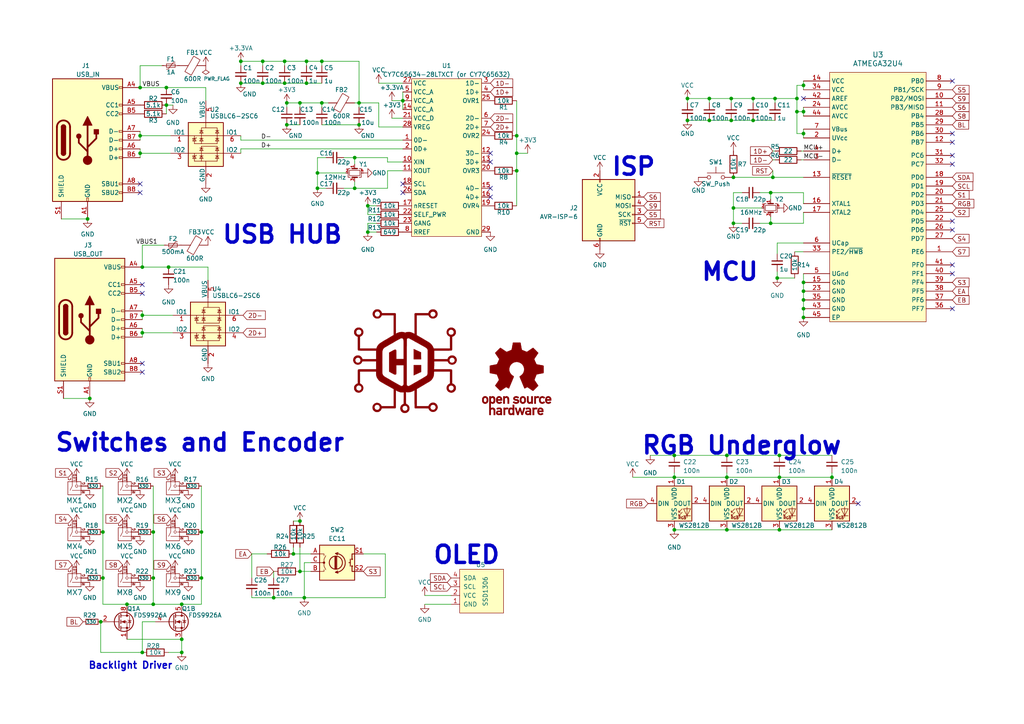
<source format=kicad_sch>
(kicad_sch (version 20210406) (generator eeschema)
  (paper "A4")
  (title_block (title "1337") (date "2021-05-25") (rev "3.0") (company "0xCB") (comment 1 "Conor Burns"))
  (junction (at 25.4 63.5) (diameter 0.9144))
  (junction (at 26.035 115.57) (diameter 0.9144))
  (junction (at 29.21 180.34) (diameter 0.9144))
  (junction (at 29.845 154.305) (diameter 0.9144))
  (junction (at 29.845 167.64) (diameter 0.9144))
  (junction (at 36.83 175.26) (diameter 0.9144))
  (junction (at 40.64 25.4) (diameter 0.9144))
  (junction (at 40.64 39.37) (diameter 0.9144))
  (junction (at 40.64 44.45) (diameter 0.9144))
  (junction (at 41.275 77.47) (diameter 0.9144))
  (junction (at 41.275 91.44) (diameter 0.9144))
  (junction (at 41.275 96.52) (diameter 0.9144))
  (junction (at 41.275 189.23) (diameter 0.9144))
  (junction (at 44.45 154.305) (diameter 0.9144))
  (junction (at 44.45 167.64) (diameter 0.9144))
  (junction (at 44.45 175.26) (diameter 0.9144))
  (junction (at 48.26 25.4) (diameter 0.9144))
  (junction (at 48.26 30.48) (diameter 0.9144))
  (junction (at 48.895 77.47) (diameter 0.9144))
  (junction (at 52.705 175.26) (diameter 0.9144))
  (junction (at 52.705 185.42) (diameter 0.9144))
  (junction (at 52.705 189.23) (diameter 0.9144))
  (junction (at 58.42 154.305) (diameter 0.9144))
  (junction (at 58.42 167.64) (diameter 0.9144))
  (junction (at 69.85 17.78) (diameter 0.9144))
  (junction (at 69.85 24.13) (diameter 0.9144))
  (junction (at 76.2 17.78) (diameter 0.9144))
  (junction (at 76.2 24.13) (diameter 0.9144))
  (junction (at 79.375 173.355) (diameter 0.9144))
  (junction (at 82.55 17.78) (diameter 0.9144))
  (junction (at 82.55 24.13) (diameter 0.9144))
  (junction (at 83.185 29.845) (diameter 0.9144))
  (junction (at 83.185 36.195) (diameter 0.9144))
  (junction (at 85.09 160.655) (diameter 0.9144))
  (junction (at 86.995 29.845) (diameter 0.9144))
  (junction (at 86.995 151.13) (diameter 0.9144))
  (junction (at 86.995 165.735) (diameter 0.9144))
  (junction (at 88.265 173.355) (diameter 0.9144))
  (junction (at 88.9 17.78) (diameter 0.9144))
  (junction (at 88.9 24.13) (diameter 0.9144))
  (junction (at 92.075 50.165) (diameter 0.9144))
  (junction (at 92.075 54.61) (diameter 0.9144))
  (junction (at 93.345 17.78) (diameter 0.9144))
  (junction (at 93.345 29.845) (diameter 0.9144))
  (junction (at 102.87 45.72) (diameter 0.9144))
  (junction (at 102.87 54.61) (diameter 0.9144))
  (junction (at 104.14 29.845) (diameter 0.9144))
  (junction (at 104.14 36.195) (diameter 0.9144))
  (junction (at 106.68 59.69) (diameter 0.9144))
  (junction (at 106.68 67.31) (diameter 0.9144))
  (junction (at 116.84 29.21) (diameter 0.9144))
  (junction (at 149.86 39.37) (diameter 0.9144))
  (junction (at 149.86 44.45) (diameter 0.9144))
  (junction (at 149.86 49.53) (diameter 0.9144))
  (junction (at 195.58 132.08) (diameter 0.9144))
  (junction (at 195.58 138.43) (diameter 0.9144))
  (junction (at 195.58 153.67) (diameter 0.9144))
  (junction (at 199.39 28.575) (diameter 0.9144))
  (junction (at 199.39 34.925) (diameter 0.9144))
  (junction (at 205.74 28.575) (diameter 0.9144))
  (junction (at 205.74 34.925) (diameter 0.9144))
  (junction (at 210.82 132.08) (diameter 0.9144))
  (junction (at 210.82 138.43) (diameter 0.9144))
  (junction (at 210.82 153.67) (diameter 0.9144))
  (junction (at 212.09 28.575) (diameter 0.9144))
  (junction (at 212.09 34.925) (diameter 0.9144))
  (junction (at 212.725 51.435) (diameter 0.9144))
  (junction (at 212.725 60.325) (diameter 0.9144))
  (junction (at 212.725 64.77) (diameter 0.9144))
  (junction (at 218.44 28.575) (diameter 0.9144))
  (junction (at 218.44 34.925) (diameter 0.9144))
  (junction (at 223.52 55.88) (diameter 0.9144))
  (junction (at 223.52 64.77) (diameter 0.9144))
  (junction (at 224.155 51.435) (diameter 0.9144))
  (junction (at 224.79 28.575) (diameter 0.9144))
  (junction (at 225.425 80.645) (diameter 0.9144))
  (junction (at 226.06 132.08) (diameter 0.9144))
  (junction (at 226.06 138.43) (diameter 0.9144))
  (junction (at 226.06 153.67) (diameter 0.9144))
  (junction (at 231.14 28.575) (diameter 0.9144))
  (junction (at 231.14 32.385) (diameter 0.9144))
  (junction (at 233.045 24.765) (diameter 0.9144))
  (junction (at 233.045 32.385) (diameter 0.9144))
  (junction (at 233.045 38.735) (diameter 0.9144))
  (junction (at 233.045 81.915) (diameter 0.9144))
  (junction (at 233.045 84.455) (diameter 0.9144))
  (junction (at 233.045 86.995) (diameter 0.9144))
  (junction (at 233.045 89.535) (diameter 0.9144))
  (junction (at 233.045 92.075) (diameter 0.9144))
  (junction (at 241.3 138.43) (diameter 0.9144))
  (no_connect (at 40.64 53.34))
  (no_connect (at 40.64 55.88))
  (no_connect (at 41.275 82.55))
  (no_connect (at 41.275 85.09))
  (no_connect (at 41.275 105.41))
  (no_connect (at 41.275 107.95))
  (no_connect (at 116.84 53.34))
  (no_connect (at 116.84 55.88))
  (no_connect (at 142.24 44.45))
  (no_connect (at 142.24 46.99))
  (no_connect (at 142.24 54.61))
  (no_connect (at 142.24 57.15))
  (no_connect (at 233.045 28.575))
  (no_connect (at 248.92 146.05))
  (no_connect (at 276.225 23.495))
  (no_connect (at 276.225 38.735))
  (no_connect (at 276.225 41.275))
  (no_connect (at 276.225 45.085))
  (no_connect (at 276.225 47.625))
  (no_connect (at 276.225 64.135))
  (no_connect (at 276.225 66.675))
  (no_connect (at 276.225 76.835))
  (no_connect (at 276.225 79.375))
  (no_connect (at 276.225 89.535))
  (wire (pts (xy 17.78 63.5) (xy 25.4 63.5)))
  (wire (pts (xy 18.415 115.57) (xy 26.035 115.57)))
  (wire (pts (xy 29.21 189.23) (xy 29.21 180.34)))
  (wire (pts (xy 29.845 140.97) (xy 29.845 154.305)))
  (wire (pts (xy 29.845 154.305) (xy 29.845 167.64)))
  (wire (pts (xy 29.845 167.64) (xy 29.845 175.26)))
  (wire (pts (xy 29.845 175.26) (xy 36.83 175.26)))
  (wire (pts (xy 36.83 175.26) (xy 44.45 175.26)))
  (wire (pts (xy 36.83 185.42) (xy 52.705 185.42)))
  (wire (pts (xy 40.64 19.05) (xy 40.64 25.4)))
  (wire (pts (xy 40.64 19.05) (xy 46.99 19.05)))
  (wire (pts (xy 40.64 25.4) (xy 48.26 25.4)))
  (wire (pts (xy 40.64 38.1) (xy 40.64 39.37)))
  (wire (pts (xy 40.64 39.37) (xy 40.64 40.64)))
  (wire (pts (xy 40.64 39.37) (xy 49.53 39.37)))
  (wire (pts (xy 40.64 43.18) (xy 40.64 44.45)))
  (wire (pts (xy 40.64 44.45) (xy 40.64 45.72)))
  (wire (pts (xy 40.64 44.45) (xy 49.53 44.45)))
  (wire (pts (xy 41.275 71.12) (xy 41.275 77.47)))
  (wire (pts (xy 41.275 71.12) (xy 47.625 71.12)))
  (wire (pts (xy 41.275 77.47) (xy 48.895 77.47)))
  (wire (pts (xy 41.275 90.17) (xy 41.275 91.44)))
  (wire (pts (xy 41.275 91.44) (xy 41.275 92.71)))
  (wire (pts (xy 41.275 91.44) (xy 50.165 91.44)))
  (wire (pts (xy 41.275 95.25) (xy 41.275 96.52)))
  (wire (pts (xy 41.275 96.52) (xy 41.275 97.79)))
  (wire (pts (xy 41.275 96.52) (xy 50.165 96.52)))
  (wire (pts (xy 41.275 180.34) (xy 41.275 189.23)))
  (wire (pts (xy 41.275 180.34) (xy 45.085 180.34)))
  (wire (pts (xy 41.275 189.23) (xy 29.21 189.23)))
  (wire (pts (xy 44.45 140.97) (xy 44.45 154.305)))
  (wire (pts (xy 44.45 154.305) (xy 44.45 167.64)))
  (wire (pts (xy 44.45 175.26) (xy 44.45 167.64)))
  (wire (pts (xy 48.26 25.4) (xy 59.69 25.4)))
  (wire (pts (xy 48.26 30.48) (xy 48.26 33.02)))
  (wire (pts (xy 48.26 30.48) (xy 50.165 30.48)))
  (wire (pts (xy 48.895 77.47) (xy 60.325 77.47)))
  (wire (pts (xy 48.895 189.23) (xy 52.705 189.23)))
  (wire (pts (xy 52.705 175.26) (xy 44.45 175.26)))
  (wire (pts (xy 52.705 189.23) (xy 52.705 185.42)))
  (wire (pts (xy 58.42 140.97) (xy 58.42 154.305)))
  (wire (pts (xy 58.42 154.305) (xy 58.42 167.64)))
  (wire (pts (xy 58.42 167.64) (xy 58.42 175.26)))
  (wire (pts (xy 58.42 175.26) (xy 52.705 175.26)))
  (wire (pts (xy 59.69 29.21) (xy 59.69 25.4)))
  (wire (pts (xy 60.325 81.28) (xy 60.325 77.47)))
  (wire (pts (xy 69.85 17.78) (xy 69.85 19.05)))
  (wire (pts (xy 69.85 17.78) (xy 76.2 17.78)))
  (wire (pts (xy 69.85 24.13) (xy 76.2 24.13)))
  (wire (pts (xy 69.85 39.37) (xy 69.85 40.64)))
  (wire (pts (xy 69.85 40.64) (xy 116.84 40.64)))
  (wire (pts (xy 69.85 43.18) (xy 69.85 44.45)))
  (wire (pts (xy 69.85 43.18) (xy 116.84 43.18)))
  (wire (pts (xy 73.025 160.655) (xy 77.47 160.655)))
  (wire (pts (xy 73.025 167.64) (xy 73.025 160.655)))
  (wire (pts (xy 73.025 172.72) (xy 73.025 173.355)))
  (wire (pts (xy 73.025 173.355) (xy 79.375 173.355)))
  (wire (pts (xy 76.2 17.78) (xy 76.2 19.05)))
  (wire (pts (xy 76.2 17.78) (xy 82.55 17.78)))
  (wire (pts (xy 76.2 24.13) (xy 82.55 24.13)))
  (wire (pts (xy 79.375 165.735) (xy 79.375 167.64)))
  (wire (pts (xy 79.375 172.72) (xy 79.375 173.355)))
  (wire (pts (xy 79.375 173.355) (xy 88.265 173.355)))
  (wire (pts (xy 82.55 17.78) (xy 82.55 19.05)))
  (wire (pts (xy 82.55 17.78) (xy 88.9 17.78)))
  (wire (pts (xy 82.55 24.13) (xy 88.9 24.13)))
  (wire (pts (xy 83.185 29.845) (xy 86.995 29.845)))
  (wire (pts (xy 83.185 31.115) (xy 83.185 29.845)))
  (wire (pts (xy 83.185 36.195) (xy 86.995 36.195)))
  (wire (pts (xy 85.09 151.13) (xy 86.995 151.13)))
  (wire (pts (xy 85.09 158.75) (xy 85.09 160.655)))
  (wire (pts (xy 85.09 160.655) (xy 90.17 160.655)))
  (wire (pts (xy 86.995 29.845) (xy 93.345 29.845)))
  (wire (pts (xy 86.995 31.115) (xy 86.995 29.845)))
  (wire (pts (xy 86.995 158.75) (xy 86.995 165.735)))
  (wire (pts (xy 86.995 165.735) (xy 90.17 165.735)))
  (wire (pts (xy 88.265 163.195) (xy 88.265 173.355)))
  (wire (pts (xy 88.265 163.195) (xy 90.17 163.195)))
  (wire (pts (xy 88.265 173.355) (xy 111.76 173.355)))
  (wire (pts (xy 88.9 17.78) (xy 93.345 17.78)))
  (wire (pts (xy 88.9 19.05) (xy 88.9 17.78)))
  (wire (pts (xy 88.9 24.13) (xy 93.345 24.13)))
  (wire (pts (xy 92.075 45.72) (xy 92.075 50.165)))
  (wire (pts (xy 92.075 45.72) (xy 94.615 45.72)))
  (wire (pts (xy 92.075 50.165) (xy 92.075 54.61)))
  (wire (pts (xy 92.075 50.165) (xy 100.33 50.165)))
  (wire (pts (xy 92.075 54.61) (xy 94.615 54.61)))
  (wire (pts (xy 93.345 17.78) (xy 104.14 17.78)))
  (wire (pts (xy 93.345 19.05) (xy 93.345 17.78)))
  (wire (pts (xy 93.345 29.845) (xy 95.25 29.845)))
  (wire (pts (xy 93.345 31.115) (xy 93.345 29.845)))
  (wire (pts (xy 93.345 36.195) (xy 104.14 36.195)))
  (wire (pts (xy 99.695 45.72) (xy 102.87 45.72)))
  (wire (pts (xy 102.87 29.845) (xy 104.14 29.845)))
  (wire (pts (xy 102.87 45.72) (xy 102.87 47.625)))
  (wire (pts (xy 102.87 52.705) (xy 102.87 54.61)))
  (wire (pts (xy 102.87 54.61) (xy 99.695 54.61)))
  (wire (pts (xy 104.14 29.845) (xy 104.14 17.78)))
  (wire (pts (xy 104.14 29.845) (xy 104.14 31.115)))
  (wire (pts (xy 106.68 59.69) (xy 109.22 59.69)))
  (wire (pts (xy 106.68 62.23) (xy 106.68 59.69)))
  (wire (pts (xy 106.68 64.77) (xy 106.68 67.31)))
  (wire (pts (xy 106.68 67.31) (xy 109.22 67.31)))
  (wire (pts (xy 109.22 62.23) (xy 106.68 62.23)))
  (wire (pts (xy 109.22 64.77) (xy 106.68 64.77)))
  (wire (pts (xy 109.855 29.845) (xy 104.14 29.845)))
  (wire (pts (xy 109.855 36.83) (xy 109.855 29.845)))
  (wire (pts (xy 111.76 160.655) (xy 105.41 160.655)))
  (wire (pts (xy 111.76 173.355) (xy 111.76 160.655)))
  (wire (pts (xy 112.395 45.72) (xy 102.87 45.72)))
  (wire (pts (xy 112.395 46.99) (xy 112.395 45.72)))
  (wire (pts (xy 112.395 49.53) (xy 112.395 54.61)))
  (wire (pts (xy 112.395 49.53) (xy 116.84 49.53)))
  (wire (pts (xy 112.395 54.61) (xy 102.87 54.61)))
  (wire (pts (xy 113.665 29.21) (xy 116.84 29.21)))
  (wire (pts (xy 113.665 34.29) (xy 116.84 34.29)))
  (wire (pts (xy 116.84 24.13) (xy 109.855 24.13)))
  (wire (pts (xy 116.84 26.67) (xy 116.84 29.21)))
  (wire (pts (xy 116.84 29.21) (xy 116.84 31.75)))
  (wire (pts (xy 116.84 36.83) (xy 109.855 36.83)))
  (wire (pts (xy 116.84 46.99) (xy 112.395 46.99)))
  (wire (pts (xy 123.19 172.72) (xy 130.81 172.72)))
  (wire (pts (xy 123.19 175.26) (xy 130.81 175.26)))
  (wire (pts (xy 149.86 29.21) (xy 149.86 39.37)))
  (wire (pts (xy 149.86 39.37) (xy 149.86 44.45)))
  (wire (pts (xy 149.86 44.45) (xy 149.86 49.53)))
  (wire (pts (xy 149.86 44.45) (xy 153.035 44.45)))
  (wire (pts (xy 149.86 49.53) (xy 149.86 59.69)))
  (wire (pts (xy 183.515 138.43) (xy 195.58 138.43)))
  (wire (pts (xy 188.595 132.08) (xy 195.58 132.08)))
  (wire (pts (xy 195.58 132.08) (xy 210.82 132.08)))
  (wire (pts (xy 195.58 137.16) (xy 195.58 138.43)))
  (wire (pts (xy 195.58 138.43) (xy 210.82 138.43)))
  (wire (pts (xy 195.58 153.67) (xy 210.82 153.67)))
  (wire (pts (xy 199.39 28.575) (xy 205.74 28.575)))
  (wire (pts (xy 199.39 29.845) (xy 199.39 28.575)))
  (wire (pts (xy 199.39 34.925) (xy 205.74 34.925)))
  (wire (pts (xy 205.74 28.575) (xy 212.09 28.575)))
  (wire (pts (xy 205.74 29.845) (xy 205.74 28.575)))
  (wire (pts (xy 205.74 34.925) (xy 212.09 34.925)))
  (wire (pts (xy 210.82 132.08) (xy 226.06 132.08)))
  (wire (pts (xy 210.82 137.16) (xy 210.82 138.43)))
  (wire (pts (xy 210.82 138.43) (xy 226.06 138.43)))
  (wire (pts (xy 210.82 153.67) (xy 226.06 153.67)))
  (wire (pts (xy 212.09 28.575) (xy 212.09 29.845)))
  (wire (pts (xy 212.09 28.575) (xy 218.44 28.575)))
  (wire (pts (xy 212.09 34.925) (xy 218.44 34.925)))
  (wire (pts (xy 212.725 51.435) (xy 224.155 51.435)))
  (wire (pts (xy 212.725 55.88) (xy 212.725 60.325)))
  (wire (pts (xy 212.725 55.88) (xy 215.265 55.88)))
  (wire (pts (xy 212.725 60.325) (xy 212.725 64.77)))
  (wire (pts (xy 212.725 60.325) (xy 220.98 60.325)))
  (wire (pts (xy 212.725 64.77) (xy 215.265 64.77)))
  (wire (pts (xy 218.44 28.575) (xy 218.44 29.845)))
  (wire (pts (xy 218.44 28.575) (xy 224.79 28.575)))
  (wire (pts (xy 218.44 34.925) (xy 224.79 34.925)))
  (wire (pts (xy 220.345 55.88) (xy 223.52 55.88)))
  (wire (pts (xy 223.52 55.88) (xy 223.52 57.785)))
  (wire (pts (xy 223.52 62.865) (xy 223.52 64.77)))
  (wire (pts (xy 223.52 64.77) (xy 220.345 64.77)))
  (wire (pts (xy 224.155 43.815) (xy 224.79 43.815)))
  (wire (pts (xy 224.155 46.355) (xy 224.79 46.355)))
  (wire (pts (xy 224.155 49.53) (xy 224.155 51.435)))
  (wire (pts (xy 224.155 51.435) (xy 233.045 51.435)))
  (wire (pts (xy 224.79 28.575) (xy 224.79 29.845)))
  (wire (pts (xy 224.79 28.575) (xy 231.14 28.575)))
  (wire (pts (xy 225.425 70.485) (xy 233.045 70.485)))
  (wire (pts (xy 225.425 73.66) (xy 225.425 70.485)))
  (wire (pts (xy 225.425 78.74) (xy 225.425 80.645)))
  (wire (pts (xy 225.425 80.645) (xy 230.505 80.645)))
  (wire (pts (xy 226.06 132.08) (xy 241.3 132.08)))
  (wire (pts (xy 226.06 137.16) (xy 226.06 138.43)))
  (wire (pts (xy 226.06 138.43) (xy 241.3 138.43)))
  (wire (pts (xy 226.06 153.67) (xy 241.3 153.67)))
  (wire (pts (xy 230.505 73.025) (xy 233.045 73.025)))
  (wire (pts (xy 231.14 24.765) (xy 233.045 24.765)))
  (wire (pts (xy 231.14 28.575) (xy 231.14 24.765)))
  (wire (pts (xy 231.14 28.575) (xy 231.14 32.385)))
  (wire (pts (xy 231.14 32.385) (xy 231.14 38.735)))
  (wire (pts (xy 231.14 38.735) (xy 233.045 38.735)))
  (wire (pts (xy 232.41 43.815) (xy 233.045 43.815)))
  (wire (pts (xy 232.41 46.355) (xy 233.045 46.355)))
  (wire (pts (xy 233.045 23.495) (xy 233.045 24.765)))
  (wire (pts (xy 233.045 24.765) (xy 233.045 26.035)))
  (wire (pts (xy 233.045 32.385) (xy 231.14 32.385)))
  (wire (pts (xy 233.045 32.385) (xy 233.045 31.115)))
  (wire (pts (xy 233.045 32.385) (xy 233.045 33.655)))
  (wire (pts (xy 233.045 37.465) (xy 233.045 38.735)))
  (wire (pts (xy 233.045 38.735) (xy 233.045 40.005)))
  (wire (pts (xy 233.045 55.88) (xy 223.52 55.88)))
  (wire (pts (xy 233.045 59.055) (xy 233.045 55.88)))
  (wire (pts (xy 233.045 61.595) (xy 233.045 64.77)))
  (wire (pts (xy 233.045 64.77) (xy 223.52 64.77)))
  (wire (pts (xy 233.045 79.375) (xy 233.045 81.915)))
  (wire (pts (xy 233.045 81.915) (xy 233.045 84.455)))
  (wire (pts (xy 233.045 84.455) (xy 233.045 86.995)))
  (wire (pts (xy 233.045 86.995) (xy 233.045 89.535)))
  (wire (pts (xy 233.045 89.535) (xy 233.045 92.075)))
  (wire (pts (xy 241.3 137.16) (xy 241.3 138.43)))
  (text "Backlight Driver\n" (at 50.165 194.31 180) (effects (font (size 2 2) (thickness 0.4) bold) (justify right bottom)))
  (text "USB HUB" (at 99.695 71.12 180) (effects (font (size 5 5) (thickness 1) bold) (justify right bottom)))
  (text "Switches and Encoder\n" (at 100.33 131.445 180) (effects (font (size 5 5) (thickness 1) bold) (justify right bottom)))
  (text "OLED\n\n" (at 145.415 172.085 180) (effects (font (size 5 5) (thickness 1) bold) (justify right bottom)))
  (text "ISP\n" (at 190.5 51.435 180) (effects (font (size 5 5) (thickness 1) bold) (justify right bottom)))
  (text "MCU\n" (at 220.345 81.915 180) (effects (font (size 5 5) (thickness 1) bold) (justify right bottom)))
  (text "RGB Underglow\n\n" (at 244.475 140.335 180) (effects (font (size 5 5) (thickness 1) bold) (justify right bottom)))
  (label "VBUS1" (at 45.72 71.12 180))
  (label "VBUS" (at 46.355 25.4 180))
  (label "D-" (at 78.74 40.64 180))
  (label "D+" (at 78.74 43.18 180))
  (label "MCU+" (at 233.045 43.815 0))
  (label "MCU-" (at 233.045 46.355 0))
  (global_label "S1" (shape input) (at 20.955 137.16 180) (property "Intersheet References" "${INTERSHEET_REFS}" (effects hide)))
  (global_label "S4" (shape input) (at 20.955 150.495 180) (property "Intersheet References" "${INTERSHEET_REFS}" (effects hide)))
  (global_label "S7" (shape input) (at 20.955 163.83 180) (property "Intersheet References" "${INTERSHEET_REFS}" (effects hide)))
  (global_label "BL" (shape input) (at 24.13 180.34 180) (property "Intersheet References" "${INTERSHEET_REFS}" (effects hide)))
  (global_label "S2" (shape input) (at 35.56 137.16 180) (property "Intersheet References" "${INTERSHEET_REFS}" (effects hide)))
  (global_label "S5" (shape input) (at 35.56 150.495 180) (property "Intersheet References" "${INTERSHEET_REFS}" (effects hide)))
  (global_label "S8" (shape input) (at 35.56 163.83 180) (property "Intersheet References" "${INTERSHEET_REFS}" (effects hide)))
  (global_label "S3" (shape input) (at 49.53 137.16 180) (property "Intersheet References" "${INTERSHEET_REFS}" (effects hide)))
  (global_label "S6" (shape input) (at 49.53 150.495 180) (property "Intersheet References" "${INTERSHEET_REFS}" (effects hide)))
  (global_label "S9" (shape input) (at 49.53 163.83 180) (property "Intersheet References" "${INTERSHEET_REFS}" (effects hide)))
  (global_label "2D-" (shape input) (at 70.485 91.44 0) (property "Intersheet References" "${INTERSHEET_REFS}" (effects hide)))
  (global_label "2D+" (shape input) (at 70.485 96.52 0) (property "Intersheet References" "${INTERSHEET_REFS}" (effects hide)))
  (global_label "EA" (shape input) (at 73.025 160.655 180) (property "Intersheet References" "${INTERSHEET_REFS}" (effects hide)))
  (global_label "EB" (shape input) (at 79.375 165.735 180) (property "Intersheet References" "${INTERSHEET_REFS}" (effects hide)))
  (global_label "S3" (shape input) (at 105.41 165.735 0) (property "Intersheet References" "${INTERSHEET_REFS}" (effects hide)))
  (global_label "SDA" (shape input) (at 130.81 167.64 180) (property "Intersheet References" "${INTERSHEET_REFS}" (effects hide)))
  (global_label "SCL" (shape input) (at 130.81 170.18 180) (property "Intersheet References" "${INTERSHEET_REFS}" (effects hide)))
  (global_label "1D-" (shape input) (at 142.24 24.13 0) (property "Intersheet References" "${INTERSHEET_REFS}" (effects hide)))
  (global_label "1D+" (shape input) (at 142.24 26.67 0) (property "Intersheet References" "${INTERSHEET_REFS}" (effects hide)))
  (global_label "2D-" (shape input) (at 142.24 34.29 0) (property "Intersheet References" "${INTERSHEET_REFS}" (effects hide)))
  (global_label "2D+" (shape input) (at 142.24 36.83 0) (property "Intersheet References" "${INTERSHEET_REFS}" (effects hide)))
  (global_label "S6" (shape input) (at 186.69 57.15 0) (property "Intersheet References" "${INTERSHEET_REFS}" (effects hide)))
  (global_label "S9" (shape input) (at 186.69 59.69 0) (property "Intersheet References" "${INTERSHEET_REFS}" (effects hide)))
  (global_label "S5" (shape input) (at 186.69 62.23 0) (property "Intersheet References" "${INTERSHEET_REFS}" (effects hide)))
  (global_label "RST" (shape input) (at 186.69 64.77 0) (property "Intersheet References" "${INTERSHEET_REFS}" (effects hide)))
  (global_label "RGB" (shape input) (at 187.96 146.05 180) (property "Intersheet References" "${INTERSHEET_REFS}" (effects hide)))
  (global_label "1D+" (shape input) (at 224.155 43.815 180) (property "Intersheet References" "${INTERSHEET_REFS}" (effects hide)))
  (global_label "1D-" (shape input) (at 224.155 46.355 180) (property "Intersheet References" "${INTERSHEET_REFS}" (effects hide)))
  (global_label "RST" (shape input) (at 224.155 49.53 180) (property "Intersheet References" "${INTERSHEET_REFS}" (effects hide)))
  (global_label "S5" (shape input) (at 276.225 26.035 0) (property "Intersheet References" "${INTERSHEET_REFS}" (effects hide)))
  (global_label "S9" (shape input) (at 276.225 28.575 0) (property "Intersheet References" "${INTERSHEET_REFS}" (effects hide)))
  (global_label "S6" (shape input) (at 276.225 31.115 0) (property "Intersheet References" "${INTERSHEET_REFS}" (effects hide)))
  (global_label "S8" (shape input) (at 276.225 33.655 0) (property "Intersheet References" "${INTERSHEET_REFS}" (effects hide)))
  (global_label "BL" (shape input) (at 276.225 36.195 0) (property "Intersheet References" "${INTERSHEET_REFS}" (effects hide)))
  (global_label "SDA" (shape input) (at 276.225 51.435 0) (property "Intersheet References" "${INTERSHEET_REFS}" (effects hide)))
  (global_label "SCL" (shape input) (at 276.225 53.975 0) (property "Intersheet References" "${INTERSHEET_REFS}" (effects hide)))
  (global_label "S1" (shape input) (at 276.225 56.515 0) (property "Intersheet References" "${INTERSHEET_REFS}" (effects hide)))
  (global_label "RGB" (shape input) (at 276.225 59.055 0) (property "Intersheet References" "${INTERSHEET_REFS}" (effects hide)))
  (global_label "S2" (shape input) (at 276.225 61.595 0) (property "Intersheet References" "${INTERSHEET_REFS}" (effects hide)))
  (global_label "S4" (shape input) (at 276.225 69.215 0) (property "Intersheet References" "${INTERSHEET_REFS}" (effects hide)))
  (global_label "S7" (shape input) (at 276.225 73.025 0) (property "Intersheet References" "${INTERSHEET_REFS}" (effects hide)))
  (global_label "S3" (shape input) (at 276.225 81.915 0) (property "Intersheet References" "${INTERSHEET_REFS}" (effects hide)))
  (global_label "EA" (shape input) (at 276.225 84.455 0) (property "Intersheet References" "${INTERSHEET_REFS}" (effects hide)))
  (global_label "EB" (shape input) (at 276.225 86.995 0) (property "Intersheet References" "${INTERSHEET_REFS}" (effects hide)))
  (symbol (lib_id "power:VCC") (at 22.225 138.43 0) (unit 1)
    (property "Reference" "#PWR032" (effects hide))
    (property "Value" "VCC" (at 22.225 134.62 0))
  )
  (symbol (lib_id "power:VCC") (at 22.225 151.765 0) (unit 1)
    (property "Reference" "#PWR040" (effects hide))
    (property "Value" "VCC" (at 22.225 147.955 0))
  )
  (symbol (lib_id "power:VCC") (at 22.225 165.1 0) (unit 1)
    (property "Reference" "#PWR047" (effects hide))
    (property "Value" "VCC" (at 22.225 161.29 0))
  )
  (symbol (lib_id "power:VCC") (at 36.83 138.43 0) (unit 1)
    (property "Reference" "#PWR033" (effects hide))
    (property "Value" "VCC" (at 36.83 134.62 0))
  )
  (symbol (lib_id "power:VCC") (at 36.83 151.765 0) (unit 1)
    (property "Reference" "#PWR041" (effects hide))
    (property "Value" "VCC" (at 36.83 147.955 0))
  )
  (symbol (lib_id "power:VCC") (at 36.83 165.1 0) (unit 1)
    (property "Reference" "#PWR048" (effects hide))
    (property "Value" "VCC" (at 36.83 161.29 0))
  )
  (symbol (lib_id "power:VCC") (at 50.8 138.43 0) (unit 1)
    (property "Reference" "#PWR034" (effects hide))
    (property "Value" "VCC" (at 50.8 134.62 0))
  )
  (symbol (lib_id "power:VCC") (at 50.8 151.765 0) (unit 1)
    (property "Reference" "#PWR042" (effects hide))
    (property "Value" "VCC" (at 50.8 147.955 0))
  )
  (symbol (lib_id "power:VCC") (at 50.8 165.1 0) (unit 1)
    (property "Reference" "#PWR049" (effects hide))
    (property "Value" "VCC" (at 50.8 161.29 0))
  )
  (symbol (lib_id "power:VCC") (at 59.69 19.05 0) (unit 1)
    (property "Reference" "#PWR02" (effects hide))
    (property "Value" "VCC" (at 59.69 15.24 0))
  )
  (symbol (lib_id "power:VCC") (at 60.325 71.12 0) (unit 1)
    (property "Reference" "#PWR025" (effects hide))
    (property "Value" "VCC" (at 60.325 67.31 0))
  )
  (symbol (lib_id "power:+3.3VA") (at 69.85 17.78 0) (unit 1)
    (property "Reference" "#PWR01" (effects hide))
    (property "Value" "+3.3VA" (at 69.85 13.97 0))
  )
  (symbol (lib_id "power:+3.3V") (at 83.185 29.845 0) (unit 1)
    (property "Reference" "#PWR06" (effects hide))
    (property "Value" "+3.3V" (at 83.185 26.035 0))
  )
  (symbol (lib_id "power:VCC") (at 86.995 151.13 0) (unit 1)
    (property "Reference" "#PWR039" (effects hide))
    (property "Value" "VCC" (at 86.995 147.32 0))
  )
  (symbol (lib_id "power:+3.3V") (at 106.68 59.69 0) (unit 1)
    (property "Reference" "#PWR019" (effects hide))
    (property "Value" "+3.3V" (at 106.68 55.88 0))
  )
  (symbol (lib_id "power:VCC") (at 109.855 24.13 0) (unit 1)
    (property "Reference" "#PWR0101" (effects hide))
    (property "Value" "VCC" (at 109.855 20.32 0))
  )
  (symbol (lib_id "power:+3.3VA") (at 113.665 29.21 0) (unit 1)
    (property "Reference" "#PWR05" (effects hide))
    (property "Value" "+3.3VA" (at 113.665 25.4 0))
  )
  (symbol (lib_id "power:+3.3V") (at 113.665 34.29 0) (unit 1)
    (property "Reference" "#PWR08" (effects hide))
    (property "Value" "+3.3V" (at 113.665 30.48 0))
  )
  (symbol (lib_id "power:VCC") (at 123.19 172.72 0) (unit 1)
    (property "Reference" "#PWR053" (effects hide))
    (property "Value" "VCC" (at 123.19 168.91 0))
  )
  (symbol (lib_id "power:+3.3V") (at 153.035 44.45 0) (unit 1)
    (property "Reference" "#PWR013" (effects hide))
    (property "Value" "+3.3V" (at 153.035 40.64 0))
  )
  (symbol (lib_id "power:VCC") (at 173.99 49.53 0) (unit 1)
    (property "Reference" "#PWR014" (effects hide))
    (property "Value" "VCC" (at 173.99 45.72 0))
  )
  (symbol (lib_id "power:VCC") (at 183.515 138.43 0) (unit 1)
    (property "Reference" "#PWR035" (effects hide))
    (property "Value" "VCC" (at 183.515 134.62 0))
  )
  (symbol (lib_id "power:VCC") (at 199.39 28.575 0) (unit 1)
    (property "Reference" "#PWR04" (effects hide))
    (property "Value" "VCC" (at 199.39 24.765 0))
  )
  (symbol (lib_id "power:VCC") (at 212.725 43.815 0) (unit 1)
    (property "Reference" "#PWR012" (effects hide))
    (property "Value" "VCC" (at 212.725 40.005 0))
  )
  (symbol (lib_id "power:PWR_FLAG") (at 59.69 19.05 180) (unit 1)
    (property "Reference" "#FLG0102" (effects hide))
    (property "Value" "PWR_FLAG" (at 62.865 22.86 0) (effects (font (size 1 1))))
  )
  (symbol (lib_id "power:GND") (at 25.4 63.5 0) (unit 1)
    (property "Reference" "#PWR021" (effects hide))
    (property "Value" "GND" (at 25.4 67.945 0))
  )
  (symbol (lib_id "power:GND") (at 26.035 115.57 0) (unit 1)
    (property "Reference" "#PWR0102" (effects hide))
    (property "Value" "GND" (at 26.035 120.015 0))
  )
  (symbol (lib_id "power:GND") (at 26.035 142.24 0) (unit 1)
    (property "Reference" "#PWR036" (effects hide))
    (property "Value" "GND" (at 26.035 146.685 0))
  )
  (symbol (lib_id "power:GND") (at 26.035 155.575 0) (unit 1)
    (property "Reference" "#PWR044" (effects hide))
    (property "Value" "GND" (at 26.035 160.02 0))
  )
  (symbol (lib_id "power:GND") (at 26.035 168.91 0) (unit 1)
    (property "Reference" "#PWR050" (effects hide))
    (property "Value" "GND" (at 26.035 173.355 0))
  )
  (symbol (lib_id "power:GND") (at 40.64 142.24 0) (unit 1)
    (property "Reference" "#PWR037" (effects hide))
    (property "Value" "GND" (at 40.64 146.685 0))
  )
  (symbol (lib_id "power:GND") (at 40.64 155.575 0) (unit 1)
    (property "Reference" "#PWR045" (effects hide))
    (property "Value" "GND" (at 40.64 160.02 0))
  )
  (symbol (lib_id "power:GND") (at 40.64 168.91 0) (unit 1)
    (property "Reference" "#PWR051" (effects hide))
    (property "Value" "GND" (at 40.64 173.355 0))
  )
  (symbol (lib_id "power:GND") (at 48.895 82.55 0) (unit 1)
    (property "Reference" "#PWR028" (effects hide))
    (property "Value" "GND" (at 48.895 87.63 0))
  )
  (symbol (lib_id "power:GND") (at 50.165 30.48 0) (unit 1)
    (property "Reference" "#PWR07" (effects hide))
    (property "Value" "GND" (at 50.165 35.56 0))
  )
  (symbol (lib_id "power:GND") (at 52.705 189.23 0) (unit 1)
    (property "Reference" "#PWR056" (effects hide))
    (property "Value" "GND" (at 52.705 193.675 0))
  )
  (symbol (lib_id "power:GND") (at 54.61 142.24 0) (unit 1)
    (property "Reference" "#PWR038" (effects hide))
    (property "Value" "GND" (at 54.61 146.685 0))
  )
  (symbol (lib_id "power:GND") (at 54.61 155.575 0) (unit 1)
    (property "Reference" "#PWR046" (effects hide))
    (property "Value" "GND" (at 54.61 160.02 0))
  )
  (symbol (lib_id "power:GND") (at 54.61 168.91 0) (unit 1)
    (property "Reference" "#PWR052" (effects hide))
    (property "Value" "GND" (at 54.61 173.355 0))
  )
  (symbol (lib_id "power:GND") (at 59.69 53.34 0) (unit 1)
    (property "Reference" "#PWR017" (effects hide))
    (property "Value" "GND" (at 59.69 57.785 0))
  )
  (symbol (lib_id "power:GND") (at 60.325 105.41 0) (unit 1)
    (property "Reference" "#PWR030" (effects hide))
    (property "Value" "GND" (at 60.325 109.855 0))
  )
  (symbol (lib_id "power:GND") (at 69.85 24.13 0) (unit 1)
    (property "Reference" "#PWR03" (effects hide))
    (property "Value" "GND" (at 72.39 27.305 0))
  )
  (symbol (lib_id "power:GND") (at 83.185 36.195 0) (unit 1)
    (property "Reference" "#PWR010" (effects hide))
    (property "Value" "GND" (at 85.725 39.37 0))
  )
  (symbol (lib_id "power:GND") (at 88.265 173.355 0) (unit 1)
    (property "Reference" "#PWR054" (effects hide))
    (property "Value" "GND" (at 88.265 177.8 0))
  )
  (symbol (lib_id "power:GND") (at 92.075 54.61 0) (unit 1)
    (property "Reference" "#PWR018" (effects hide))
    (property "Value" "GND" (at 92.075 59.055 0))
  )
  (symbol (lib_id "power:GND") (at 104.14 36.195 0) (unit 1)
    (property "Reference" "#PWR011" (effects hide))
    (property "Value" "GND" (at 106.68 39.37 0))
  )
  (symbol (lib_id "power:GND") (at 105.41 50.165 90) (unit 1)
    (property "Reference" "#PWR015" (effects hide))
    (property "Value" "GND" (at 107.95 50.1649 90) (effects (justify right)))
  )
  (symbol (lib_id "power:GND") (at 106.68 67.31 0) (unit 1)
    (property "Reference" "#PWR023" (effects hide))
    (property "Value" "GND" (at 106.68 72.39 0))
  )
  (symbol (lib_id "power:GND") (at 123.19 175.26 0) (unit 1)
    (property "Reference" "#PWR055" (effects hide))
    (property "Value" "GND" (at 123.19 179.705 0))
  )
  (symbol (lib_id "power:GND") (at 142.24 67.31 0) (unit 1)
    (property "Reference" "#PWR024" (effects hide))
    (property "Value" "GND" (at 142.24 72.39 0))
  )
  (symbol (lib_id "power:GND") (at 173.99 72.39 0) (unit 1)
    (property "Reference" "#PWR026" (effects hide))
    (property "Value" "GND" (at 173.99 76.835 0))
  )
  (symbol (lib_id "power:GND") (at 188.595 132.08 0) (unit 1)
    (property "Reference" "#PWR031" (effects hide))
    (property "Value" "GND" (at 188.595 137.16 0))
  )
  (symbol (lib_id "power:GND") (at 195.58 153.67 0) (unit 1)
    (property "Reference" "#PWR043" (effects hide))
    (property "Value" "GND" (at 195.58 158.75 0))
  )
  (symbol (lib_id "power:GND") (at 199.39 34.925 0) (unit 1)
    (property "Reference" "#PWR09" (effects hide))
    (property "Value" "GND" (at 199.39 38.735 0))
  )
  (symbol (lib_id "power:GND") (at 202.565 51.435 0) (unit 1)
    (property "Reference" "#PWR016" (effects hide))
    (property "Value" "GND" (at 202.565 55.245 0))
  )
  (symbol (lib_id "power:GND") (at 212.725 64.77 0) (unit 1)
    (property "Reference" "#PWR022" (effects hide))
    (property "Value" "GND" (at 212.725 68.58 0))
  )
  (symbol (lib_id "power:GND") (at 225.425 80.645 0) (unit 1)
    (property "Reference" "#PWR027" (effects hide))
    (property "Value" "GND" (at 225.425 85.725 0))
  )
  (symbol (lib_id "power:GND") (at 226.06 60.325 90) (unit 1)
    (property "Reference" "#PWR020" (effects hide))
    (property "Value" "GND" (at 228.6 60.3249 90) (effects (justify right)))
  )
  (symbol (lib_id "power:GND") (at 233.045 92.075 0) (unit 1)
    (property "Reference" "#PWR029" (effects hide))
    (property "Value" "GND" (at 233.045 97.155 0))
  )
  (symbol (lib_id "Device:R_Small") (at 26.67 180.34 90) (unit 1)
    (property "Reference" "R29" (at 27.9399 178.435 90) (effects (justify left)))
    (property "Value" "330" (at 27.9399 180.34 90) (effects (font (size 1 1)) (justify left)))
    (property "Footprint" "Resistor_SMD:R_1206_3216Metric" (effects hide))
  )
  (symbol (lib_id "Device:R_Small") (at 27.305 140.97 90) (unit 1)
    (property "Reference" "R15" (at 28.5749 139.065 90) (effects (justify left)))
    (property "Value" "330" (at 28.5749 140.97 90) (effects (font (size 1 1)) (justify left)))
    (property "Footprint" "Resistor_SMD:R_1206_3216Metric" (effects hide))
  )
  (symbol (lib_id "Device:R_Small") (at 27.305 154.305 90) (unit 1)
    (property "Reference" "R18" (at 28.5749 152.4 90) (effects (justify left)))
    (property "Value" "330" (at 28.5749 154.305 90) (effects (font (size 1 1)) (justify left)))
    (property "Footprint" "Resistor_SMD:R_1206_3216Metric" (effects hide))
  )
  (symbol (lib_id "Device:R_Small") (at 27.305 167.64 90) (unit 1)
    (property "Reference" "R21" (at 28.5749 165.735 90) (effects (justify left)))
    (property "Value" "330" (at 28.5749 167.64 90) (effects (font (size 1 1)) (justify left)))
    (property "Footprint" "Resistor_SMD:R_1206_3216Metric" (effects hide))
  )
  (symbol (lib_id "Device:R_Small") (at 41.91 140.97 90) (unit 1)
    (property "Reference" "R16" (at 43.1799 139.065 90) (effects (justify left)))
    (property "Value" "330" (at 43.1799 140.97 90) (effects (font (size 1 1)) (justify left)))
    (property "Footprint" "Resistor_SMD:R_1206_3216Metric" (effects hide))
  )
  (symbol (lib_id "Device:R_Small") (at 41.91 154.305 90) (unit 1)
    (property "Reference" "R19" (at 43.1799 152.4 90) (effects (justify left)))
    (property "Value" "330" (at 43.1799 154.305 90) (effects (font (size 1 1)) (justify left)))
    (property "Footprint" "Resistor_SMD:R_1206_3216Metric" (effects hide))
  )
  (symbol (lib_id "Device:R_Small") (at 41.91 167.64 90) (unit 1)
    (property "Reference" "R22" (at 43.1799 165.735 90) (effects (justify left)))
    (property "Value" "330" (at 43.1799 167.64 90) (effects (font (size 1 1)) (justify left)))
    (property "Footprint" "Resistor_SMD:R_1206_3216Metric" (effects hide))
  )
  (symbol (lib_id "Device:R_Small") (at 55.88 140.97 90) (unit 1)
    (property "Reference" "R17" (at 57.1499 139.065 90) (effects (justify left)))
    (property "Value" "330" (at 57.1499 140.97 90) (effects (font (size 1 1)) (justify left)))
    (property "Footprint" "Resistor_SMD:R_1206_3216Metric" (effects hide))
  )
  (symbol (lib_id "Device:R_Small") (at 55.88 154.305 90) (unit 1)
    (property "Reference" "R20" (at 57.1499 152.4 90) (effects (justify left)))
    (property "Value" "330" (at 57.1499 154.305 90) (effects (font (size 1 1)) (justify left)))
    (property "Footprint" "Resistor_SMD:R_1206_3216Metric" (effects hide))
  )
  (symbol (lib_id "Device:R_Small") (at 55.88 167.64 90) (unit 1)
    (property "Reference" "R23" (at 57.1499 165.735 90) (effects (justify left)))
    (property "Value" "330" (at 57.1499 167.64 90) (effects (font (size 1 1)) (justify left)))
    (property "Footprint" "Resistor_SMD:R_1206_3216Metric" (effects hide))
  )
  (symbol (lib_id "Device:Polyfuse_Small") (at 49.53 19.05 90) (unit 1)
    (property "Reference" "F1" (at 49.53 17.145 90))
    (property "Value" "1A" (at 49.53 20.955 90))
    (property "Footprint" "0xcb:Fuse_0805_2012Metric" (effects hide))
  )
  (symbol (lib_id "Device:Polyfuse_Small") (at 50.165 71.12 90) (unit 1)
    (property "Reference" "F2" (at 50.165 69.215 90))
    (property "Value" "500mA" (at 50.165 73.025 90))
    (property "Footprint" "0xcb:Fuse_0805_2012Metric" (effects hide))
  )
  (symbol (lib_id "Device:R") (at 44.45 30.48 90) (unit 1)
    (property "Reference" "R2" (at 44.45 28.575 90))
    (property "Value" "5.1k" (at 44.45 30.48 90))
    (property "Footprint" "Resistor_SMD:R_0603_1608Metric" (effects hide))
  )
  (symbol (lib_id "Device:R") (at 44.45 33.02 270) (unit 1)
    (property "Reference" "R3" (at 44.45 34.925 90))
    (property "Value" "5.1k" (at 44.45 33.02 90))
    (property "Footprint" "Resistor_SMD:R_0603_1608Metric" (effects hide))
  )
  (symbol (lib_id "Device:R") (at 45.085 189.23 90) (unit 1)
    (property "Reference" "R28" (at 44.45 187.325 90))
    (property "Value" "10k" (at 45.085 189.23 90))
    (property "Footprint" "Resistor_SMD:R_0603_1608Metric" (effects hide))
  )
  (symbol (lib_id "Device:R") (at 81.28 160.655 90) (unit 1)
    (property "Reference" "R26" (at 81.28 158.75 90))
    (property "Value" "10k" (at 81.28 160.655 90))
    (property "Footprint" "Resistor_SMD:R_0603_1608Metric" (effects hide))
  )
  (symbol (lib_id "Device:R") (at 83.185 165.735 90) (unit 1)
    (property "Reference" "R27" (at 83.185 163.83 90))
    (property "Value" "10k" (at 83.185 165.735 90))
    (property "Footprint" "Resistor_SMD:R_0603_1608Metric" (effects hide))
  )
  (symbol (lib_id "Device:R") (at 85.09 154.94 0) (unit 1)
    (property "Reference" "R24" (at 81.915 155.575 0))
    (property "Value" "10k" (at 85.09 154.94 90))
    (property "Footprint" "Resistor_SMD:R_0603_1608Metric" (effects hide))
  )
  (symbol (lib_id "Device:R") (at 86.995 154.94 0) (unit 1)
    (property "Reference" "R25" (at 89.535 155.575 0))
    (property "Value" "10k" (at 86.995 154.94 90))
    (property "Footprint" "Resistor_SMD:R_0603_1608Metric" (effects hide))
  )
  (symbol (lib_id "Device:R") (at 113.03 59.69 90) (unit 1)
    (property "Reference" "R9" (at 109.22 58.42 90))
    (property "Value" "10k" (at 113.03 59.69 90))
    (property "Footprint" "Resistor_SMD:R_0603_1608Metric" (effects hide))
  )
  (symbol (lib_id "Device:R") (at 113.03 62.23 90) (unit 1)
    (property "Reference" "R11" (at 108.585 60.96 90))
    (property "Value" "10k" (at 113.03 62.23 90))
    (property "Footprint" "Resistor_SMD:R_0603_1608Metric" (effects hide))
  )
  (symbol (lib_id "Device:R") (at 113.03 64.77 90) (unit 1)
    (property "Reference" "R12" (at 108.585 63.5 90))
    (property "Value" "10k" (at 113.03 64.77 90))
    (property "Footprint" "Resistor_SMD:R_0603_1608Metric" (effects hide))
  )
  (symbol (lib_id "Device:R") (at 113.03 67.31 270) (unit 1)
    (property "Reference" "R13" (at 108.585 66.04 90))
    (property "Value" "649" (at 113.03 67.31 90))
    (property "Footprint" "Resistor_SMD:R_0603_1608Metric" (effects hide))
  )
  (symbol (lib_id "Device:R") (at 146.05 29.21 270) (unit 1)
    (property "Reference" "R1" (at 146.05 31.115 90))
    (property "Value" "10k" (at 146.05 29.21 90))
    (property "Footprint" "Resistor_SMD:R_0603_1608Metric" (effects hide))
  )
  (symbol (lib_id "Device:R") (at 146.05 39.37 270) (unit 1)
    (property "Reference" "R4" (at 146.05 41.275 90))
    (property "Value" "10k" (at 146.05 39.37 90))
    (property "Footprint" "Resistor_SMD:R_0603_1608Metric" (effects hide))
  )
  (symbol (lib_id "Device:R") (at 146.05 49.53 270) (unit 1)
    (property "Reference" "R8" (at 146.05 51.435 90))
    (property "Value" "10k" (at 146.05 49.53 90))
    (property "Footprint" "Resistor_SMD:R_0603_1608Metric" (effects hide))
  )
  (symbol (lib_id "Device:R") (at 146.05 59.69 270) (unit 1)
    (property "Reference" "R10" (at 146.05 61.595 90))
    (property "Value" "10k" (at 146.05 59.69 90))
    (property "Footprint" "Resistor_SMD:R_0603_1608Metric" (effects hide))
  )
  (symbol (lib_id "Device:R") (at 212.725 47.625 180) (unit 1)
    (property "Reference" "R7" (at 215.265 47.625 0))
    (property "Value" "10k" (at 212.725 47.625 90))
    (property "Footprint" "Resistor_SMD:R_0603_1608Metric" (effects hide))
  )
  (symbol (lib_id "Device:R") (at 228.6 43.815 270) (unit 1)
    (property "Reference" "R5" (at 224.79 42.545 90))
    (property "Value" "22" (at 228.6 43.815 90))
    (property "Footprint" "Resistor_SMD:R_0603_1608Metric" (effects hide))
  )
  (symbol (lib_id "Device:R") (at 228.6 46.355 270) (unit 1)
    (property "Reference" "R6" (at 224.79 45.085 90))
    (property "Value" "22" (at 228.6 46.355 90))
    (property "Footprint" "Resistor_SMD:R_0603_1608Metric" (effects hide))
  )
  (symbol (lib_id "Device:R") (at 230.505 76.835 180) (unit 1)
    (property "Reference" "R14" (at 233.045 76.835 0))
    (property "Value" "10k" (at 230.505 76.835 90))
    (property "Footprint" "Resistor_SMD:R_0603_1608Metric" (effects hide))
  )
  (symbol (lib_id "Device:C_Small") (at 48.26 27.94 0) (unit 1)
    (property "Reference" "C6" (at 49.53 26.6699 0) (effects (justify left)))
    (property "Value" "100n" (at 49.53 29.2099 0) (effects (justify left)))
    (property "Footprint" "Capacitor_SMD:C_0603_1608Metric" (effects hide))
  )
  (symbol (lib_id "Device:C_Small") (at 48.895 80.01 0) (unit 1)
    (property "Reference" "C21" (at 50.165 78.7399 0) (effects (justify left)))
    (property "Value" "100n" (at 50.165 81.2799 0) (effects (justify left)))
    (property "Footprint" "Capacitor_SMD:C_0603_1608Metric" (effects hide))
  )
  (symbol (lib_id "Device:C_Small") (at 69.85 21.59 0) (unit 1)
    (property "Reference" "C1" (at 70.485 19.6849 0) (effects (justify left)))
    (property "Value" "100n" (at 70.485 23.4949 0) (effects (justify left)))
    (property "Footprint" "Capacitor_SMD:C_0603_1608Metric" (effects hide))
  )
  (symbol (lib_id "Device:C_Small") (at 73.025 170.18 0) (unit 1)
    (property "Reference" "C26" (at 73.66 168.2749 0) (effects (justify left)))
    (property "Value" "100n" (at 73.66 172.0849 0) (effects (justify left)))
    (property "Footprint" "Capacitor_SMD:C_0603_1608Metric" (effects hide))
  )
  (symbol (lib_id "Device:C_Small") (at 76.2 21.59 0) (unit 1)
    (property "Reference" "C2" (at 76.835 19.6849 0) (effects (justify left)))
    (property "Value" "100n" (at 76.835 23.4949 0) (effects (justify left)))
    (property "Footprint" "Capacitor_SMD:C_0603_1608Metric" (effects hide))
  )
  (symbol (lib_id "Device:C_Small") (at 79.375 170.18 0) (unit 1)
    (property "Reference" "C27" (at 80.01 168.2749 0) (effects (justify left)))
    (property "Value" "100n" (at 80.01 172.0849 0) (effects (justify left)))
    (property "Footprint" "Capacitor_SMD:C_0603_1608Metric" (effects hide))
  )
  (symbol (lib_id "Device:C_Small") (at 82.55 21.59 0) (unit 1)
    (property "Reference" "C3" (at 83.185 19.6849 0) (effects (justify left)))
    (property "Value" "100n" (at 83.185 23.4949 0) (effects (justify left)))
    (property "Footprint" "Capacitor_SMD:C_0603_1608Metric" (effects hide))
  )
  (symbol (lib_id "Device:C_Small") (at 83.185 33.655 0) (unit 1)
    (property "Reference" "C12" (at 78.74 31.7499 0) (effects (justify left)))
    (property "Value" "1u" (at 83.82 35.5599 0) (effects (justify left)))
    (property "Footprint" "Capacitor_SMD:C_0603_1608Metric" (effects hide))
  )
  (symbol (lib_id "Device:C_Small") (at 86.995 33.655 0) (unit 1)
    (property "Reference" "C13" (at 86.995 31.7499 0) (effects (justify left)))
    (property "Value" "100n" (at 87.63 35.5599 0) (effects (justify left)))
    (property "Footprint" "Capacitor_SMD:C_0603_1608Metric" (effects hide))
  )
  (symbol (lib_id "Device:C_Small") (at 88.9 21.59 0) (unit 1)
    (property "Reference" "C4" (at 89.535 19.6849 0) (effects (justify left)))
    (property "Value" "1u" (at 89.535 23.4949 0) (effects (justify left)))
    (property "Footprint" "Capacitor_SMD:C_0603_1608Metric" (effects hide))
  )
  (symbol (lib_id "Device:C_Small") (at 93.345 21.59 0) (unit 1)
    (property "Reference" "C5" (at 93.98 19.6849 0) (effects (justify left)))
    (property "Value" "1u" (at 93.98 23.4949 0) (effects (justify left)))
    (property "Footprint" "Capacitor_SMD:C_0603_1608Metric" (effects hide))
  )
  (symbol (lib_id "Device:C_Small") (at 93.345 33.655 0) (unit 1)
    (property "Reference" "C14" (at 93.345 31.7499 0) (effects (justify left)))
    (property "Value" "100n" (at 93.98 35.5599 0) (effects (justify left)))
    (property "Footprint" "Capacitor_SMD:C_0603_1608Metric" (effects hide))
  )
  (symbol (lib_id "Device:C_Small") (at 97.155 45.72 90) (unit 1)
    (property "Reference" "C16" (at 94.615 44.45 90))
    (property "Value" "22p" (at 99.695 46.99 90))
    (property "Footprint" "Capacitor_SMD:C_0603_1608Metric" (effects hide))
  )
  (symbol (lib_id "Device:C_Small") (at 97.155 54.61 90) (unit 1)
    (property "Reference" "C17" (at 94.615 53.34 90))
    (property "Value" "22p" (at 99.695 55.88 90))
    (property "Footprint" "Capacitor_SMD:C_0603_1608Metric" (effects hide))
  )
  (symbol (lib_id "Device:C_Small") (at 104.14 33.655 0) (unit 1)
    (property "Reference" "C15" (at 104.14 31.7499 0) (effects (justify left)))
    (property "Value" "10u" (at 104.775 35.5599 0) (effects (justify left)))
    (property "Footprint" "Capacitor_SMD:C_0603_1608Metric" (effects hide))
  )
  (symbol (lib_id "Device:C_Small") (at 195.58 134.62 0) (unit 1)
    (property "Reference" "C22" (at 198.12 133.9849 0) (effects (justify left)))
    (property "Value" "100n" (at 198.12 136.5249 0) (effects (justify left)))
    (property "Footprint" "Capacitor_SMD:C_0603_1608Metric" (effects hide))
  )
  (symbol (lib_id "Device:C_Small") (at 199.39 32.385 0) (unit 1)
    (property "Reference" "C7" (at 200.025 30.4799 0) (effects (justify left)))
    (property "Value" "100n" (at 200.025 34.2899 0) (effects (justify left)))
    (property "Footprint" "Capacitor_SMD:C_0603_1608Metric" (effects hide))
  )
  (symbol (lib_id "Device:C_Small") (at 205.74 32.385 0) (unit 1)
    (property "Reference" "C8" (at 206.375 30.4799 0) (effects (justify left)))
    (property "Value" "100n" (at 206.375 34.2899 0) (effects (justify left)))
    (property "Footprint" "Capacitor_SMD:C_0603_1608Metric" (effects hide))
  )
  (symbol (lib_id "Device:C_Small") (at 210.82 134.62 0) (unit 1)
    (property "Reference" "C23" (at 213.36 133.9849 0) (effects (justify left)))
    (property "Value" "100n" (at 213.36 136.5249 0) (effects (justify left)))
    (property "Footprint" "Capacitor_SMD:C_0603_1608Metric" (effects hide))
  )
  (symbol (lib_id "Device:C_Small") (at 212.09 32.385 0) (unit 1)
    (property "Reference" "C9" (at 212.725 30.4799 0) (effects (justify left)))
    (property "Value" "100n" (at 212.725 34.2899 0) (effects (justify left)))
    (property "Footprint" "Capacitor_SMD:C_0603_1608Metric" (effects hide))
  )
  (symbol (lib_id "Device:C_Small") (at 217.805 55.88 90) (unit 1)
    (property "Reference" "C18" (at 215.265 57.785 90))
    (property "Value" "22p" (at 220.345 57.785 90))
    (property "Footprint" "Capacitor_SMD:C_0603_1608Metric" (effects hide))
  )
  (symbol (lib_id "Device:C_Small") (at 217.805 64.77 90) (unit 1)
    (property "Reference" "C19" (at 215.265 66.675 90))
    (property "Value" "22p" (at 220.345 66.675 90))
    (property "Footprint" "Capacitor_SMD:C_0603_1608Metric" (effects hide))
  )
  (symbol (lib_id "Device:C_Small") (at 218.44 32.385 0) (unit 1)
    (property "Reference" "C10" (at 219.075 30.4799 0) (effects (justify left)))
    (property "Value" "100n" (at 219.075 34.2899 0) (effects (justify left)))
    (property "Footprint" "Capacitor_SMD:C_0603_1608Metric" (effects hide))
  )
  (symbol (lib_id "Device:C_Small") (at 224.79 32.385 0) (unit 1)
    (property "Reference" "C11" (at 225.425 30.4799 0) (effects (justify left)))
    (property "Value" "1u" (at 225.425 34.2899 0) (effects (justify left)))
    (property "Footprint" "Capacitor_SMD:C_0603_1608Metric" (effects hide))
  )
  (symbol (lib_id "Device:C_Small") (at 225.425 76.2 0) (unit 1)
    (property "Reference" "C20" (at 226.06 74.2949 0) (effects (justify left)))
    (property "Value" "1u" (at 226.06 78.1049 0) (effects (justify left)))
    (property "Footprint" "Capacitor_SMD:C_0603_1608Metric" (effects hide))
  )
  (symbol (lib_id "Device:C_Small") (at 226.06 134.62 0) (unit 1)
    (property "Reference" "C24" (at 228.6 133.9849 0) (effects (justify left)))
    (property "Value" "100n" (at 228.6 136.5249 0) (effects (justify left)))
    (property "Footprint" "Capacitor_SMD:C_0603_1608Metric" (effects hide))
  )
  (symbol (lib_id "Device:C_Small") (at 241.3 134.62 0) (unit 1)
    (property "Reference" "C25" (at 243.84 133.9849 0) (effects (justify left)))
    (property "Value" "100n" (at 243.84 136.5249 0) (effects (justify left)))
    (property "Footprint" "Capacitor_SMD:C_0603_1608Metric" (effects hide))
  )
  (symbol (lib_id "Device:Crystal_GND24_Small") (at 102.87 50.165 270) (unit 1)
    (property "Reference" "Y1" (at 104.14 47.6249 90) (effects (justify left)))
    (property "Value" "12MHz" (at 93.98 51.4349 90) (effects (justify left)))
    (property "Footprint" "0xcb:Crystal_SMD_3225-4Pin_3.2x2.5mm" (effects hide))
  )
  (symbol (lib_id "Device:Crystal_GND24_Small") (at 223.52 60.325 270) (unit 1)
    (property "Reference" "Y2" (at 224.79 57.7849 90) (effects (justify left)))
    (property "Value" "16MHz" (at 214.63 61.5949 90) (effects (justify left)))
    (property "Footprint" "0xcb:Crystal_SMD_3225-4Pin_3.2x2.5mm" (effects hide))
  )
  (symbol (lib_id "Switch:SW_Push") (at 207.645 51.435 0) (unit 1)
    (property "Reference" "SW1" (at 207.645 46.99 0))
    (property "Value" "SW_Push" (at 207.645 53.34 0))
    (property "Footprint" "Button_Switch_SMD:SW_SPST_TL3342" (effects hide))
  )
  (symbol (lib_id "0xcb:MX-LED") (at 22.225 140.97 90) (unit 1)
    (property "Reference" "MX1" (at 21.59 145.1645 90) (effects (font (size 1.524 1.524))))
    (property "Value" "MX-LED" (effects hide))
    (property "Footprint" "0xcb:MXOnly-1U" (effects hide))
  )
  (symbol (lib_id "0xcb:MX-LED") (at 22.225 154.305 90) (unit 1)
    (property "Reference" "MX4" (at 21.59 158.4995 90) (effects (font (size 1.524 1.524))))
    (property "Value" "MX-LED" (effects hide))
    (property "Footprint" "0xcb:MXOnly-1U" (effects hide))
  )
  (symbol (lib_id "0xcb:MX-LED") (at 22.225 167.64 90) (unit 1)
    (property "Reference" "MX7" (at 21.59 171.8345 90) (effects (font (size 1.524 1.524))))
    (property "Value" "MX-LED" (effects hide))
    (property "Footprint" "0xcb:MXOnly-1U" (effects hide))
  )
  (symbol (lib_id "0xcb:MX-LED") (at 36.83 140.97 90) (unit 1)
    (property "Reference" "MX2" (at 36.195 145.1645 90) (effects (font (size 1.524 1.524))))
    (property "Value" "MX-LED" (effects hide))
    (property "Footprint" "0xcb:MXOnly-1U" (effects hide))
  )
  (symbol (lib_id "0xcb:MX-LED") (at 36.83 154.305 90) (unit 1)
    (property "Reference" "MX5" (at 36.195 158.4995 90) (effects (font (size 1.524 1.524))))
    (property "Value" "MX-LED" (effects hide))
    (property "Footprint" "0xcb:MXOnly-1U" (effects hide))
  )
  (symbol (lib_id "0xcb:MX-LED") (at 36.83 167.64 90) (unit 1)
    (property "Reference" "MX8" (at 36.195 171.8345 90) (effects (font (size 1.524 1.524))))
    (property "Value" "MX-LED" (effects hide))
    (property "Footprint" "0xcb:MXOnly-1U" (effects hide))
  )
  (symbol (lib_id "0xcb:MX-LED") (at 50.8 140.97 90) (unit 1)
    (property "Reference" "MX3" (at 50.165 145.1645 90) (effects (font (size 1.524 1.524))))
    (property "Value" "MX-LED" (effects hide))
    (property "Footprint" "0xcb:MXOnly-1U" (effects hide))
  )
  (symbol (lib_id "0xcb:MX-LED") (at 50.8 154.305 90) (unit 1)
    (property "Reference" "MX6" (at 50.165 158.4995 90) (effects (font (size 1.524 1.524))))
    (property "Value" "MX-LED" (effects hide))
    (property "Footprint" "0xcb:MXOnly-1U" (effects hide))
  )
  (symbol (lib_id "0xcb:MX-LED") (at 50.8 167.64 90) (unit 1)
    (property "Reference" "MX9" (at 50.165 171.8345 90) (effects (font (size 1.524 1.524))))
    (property "Value" "MX-LED" (effects hide))
    (property "Footprint" "0xcb:MXOnly-1U" (effects hide))
  )
  (symbol (lib_id "0xcb:Ferrite_Bead") (at 55.88 19.05 180) (unit 1)
    (property "Reference" "FB1" (at 55.88 15.24 0))
    (property "Value" "600R" (at 55.88 22.86 0))
    (property "Footprint" "0xcb:Ferrite_Bead_0603" (effects hide))
  )
  (symbol (lib_id "0xcb:Ferrite_Bead") (at 56.515 71.12 180) (unit 1)
    (property "Reference" "FB3" (at 56.515 67.31 0))
    (property "Value" "600R" (at 56.515 74.93 0))
    (property "Footprint" "0xcb:Ferrite_Bead_0603" (effects hide))
  )
  (symbol (lib_id "0xcb:Ferrite_Bead") (at 99.06 29.845 180) (unit 1)
    (property "Reference" "FB2" (at 99.06 26.035 0))
    (property "Value" "600R" (at 99.06 33.655 0))
    (property "Footprint" "0xcb:Ferrite_Bead_0603" (effects hide))
  )
  (symbol (lib_id "Transistor_FET:FDS9926A") (at 34.29 180.34 0) (unit 1)
    (property "Reference" "Q1" (at 36.83 176.5299 0) (effects (justify left)))
    (property "Value" "FDS9926A" (at 38.735 178.4349 0) (effects (justify left)))
    (property "Footprint" "Package_SO:SOIC-8_3.9x4.9mm_P1.27mm" (effects hide))
    (property "Datasheet" "https://www.onsemi.com/pub/Collateral/FDS9926A-D.pdf" (effects hide))
  )
  (symbol (lib_id "Transistor_FET:FDS9926A") (at 50.165 180.34 0) (unit 2)
    (property "Reference" "Q1" (at 52.705 176.5299 0) (effects (justify left)))
    (property "Value" "FDS9926A" (at 54.61 178.4349 0) (effects (justify left)))
    (property "Footprint" "Package_SO:SOIC-8_3.9x4.9mm_P1.27mm" (effects hide))
    (property "Datasheet" "https://www.onsemi.com/pub/Collateral/FDS9926A-D.pdf" (effects hide))
  )
  (symbol (lib_id "Device:RotaryEncoder_Switch") (at 97.79 163.195 0) (unit 1)
    (property "Reference" "SW2" (at 97.79 153.67 0))
    (property "Value" "EC11" (at 97.79 156.21 0))
    (property "Footprint" "0xcb:RotaryEncoder_Alps_EC11E" (effects hide))
  )
  (symbol (lib_id "0xcb:SSD1306") (at 139.7 171.45 90) (unit 1)
    (property "Reference" "U5" (at 140.7794 163.83 90) (effects (justify left)))
    (property "Value" "SSD1306" (at 140.7794 175.895 0) (effects (justify left)))
    (property "Footprint" "0xcb:128x64OLED" (effects hide))
  )
  (symbol (lib_id "LED:WS2812B") (at 195.58 146.05 0) (unit 1)
    (property "Reference" "D1" (at 196.215 139.6999 0) (effects (justify left)))
    (property "Value" "WS2812B" (at 196.85 152.3999 0) (effects (justify left)))
    (property "Footprint" "LED_SMD:LED_WS2812B_PLCC4_5.0x5.0mm_P3.2mm" (effects hide))
    (property "Datasheet" "https://cdn-shop.adafruit.com/datasheets/WS2812B.pdf" (effects hide))
  )
  (symbol (lib_id "LED:WS2812B") (at 210.82 146.05 0) (unit 1)
    (property "Reference" "D2" (at 211.455 139.6999 0) (effects (justify left)))
    (property "Value" "WS2812B" (at 212.09 152.3999 0) (effects (justify left)))
    (property "Footprint" "LED_SMD:LED_WS2812B_PLCC4_5.0x5.0mm_P3.2mm" (effects hide))
    (property "Datasheet" "https://cdn-shop.adafruit.com/datasheets/WS2812B.pdf" (effects hide))
  )
  (symbol (lib_id "LED:WS2812B") (at 226.06 146.05 0) (unit 1)
    (property "Reference" "D3" (at 226.695 139.6999 0) (effects (justify left)))
    (property "Value" "WS2812B" (at 227.33 152.3999 0) (effects (justify left)))
    (property "Footprint" "LED_SMD:LED_WS2812B_PLCC4_5.0x5.0mm_P3.2mm" (effects hide))
    (property "Datasheet" "https://cdn-shop.adafruit.com/datasheets/WS2812B.pdf" (effects hide))
  )
  (symbol (lib_id "LED:WS2812B") (at 241.3 146.05 0) (unit 1)
    (property "Reference" "D4" (at 241.935 139.6999 0) (effects (justify left)))
    (property "Value" "WS2812B" (at 242.57 152.3999 0) (effects (justify left)))
    (property "Footprint" "LED_SMD:LED_WS2812B_PLCC4_5.0x5.0mm_P3.2mm" (effects hide))
    (property "Datasheet" "https://cdn-shop.adafruit.com/datasheets/WS2812B.pdf" (effects hide))
  )
  (symbol (lib_id "0xcb:OSHW") (at 149.86 109.855 0) (unit 1)
    (property "Reference" "#G2" (effects hide))
    (property "Value" "OSHW" (effects hide))
  )
  (symbol (lib_id "Connector:AVR-ISP-6") (at 176.53 62.23 0) (unit 1)
    (property "Reference" "J2" (at 167.64 60.3249 0) (effects (justify right)))
    (property "Value" "AVR-ISP-6" (at 167.64 62.8649 0) (effects (justify right)))
    (property "Footprint" "0xcb:AVR_PROG_2.54_THT" (effects hide))
    (property "Datasheet" " ~" (effects hide))
  )
  (symbol (lib_id "0xcb:USBLC6-2SC6") (at 59.69 41.91 0) (unit 1)
    (property "Reference" "U2" (at 62.23 31.75 0))
    (property "Value" "USBLC6-2SC6" (at 67.945 33.655 0))
    (property "Footprint" "Package_TO_SOT_SMD:SOT-23-6" (effects hide))
    (property "Datasheet" "http://www2.st.com/resource/en/datasheet/CD00050750.pdf" (effects hide))
  )
  (symbol (lib_id "0xcb:USBLC6-2SC6") (at 60.325 93.98 0) (unit 1)
    (property "Reference" "U4" (at 62.865 83.82 0))
    (property "Value" "USBLC6-2SC6" (at 68.58 85.725 0))
    (property "Footprint" "Package_TO_SOT_SMD:SOT-23-6" (effects hide))
    (property "Datasheet" "http://www2.st.com/resource/en/datasheet/CD00050750.pdf" (effects hide))
  )
  (symbol (lib_id "0xcb:LOGO") (at 117.475 104.775 0) (unit 1)
    (property "Reference" "#G1" (effects hide))
    (property "Value" "LOGO" (effects hide))
  )
  (symbol (lib_id "Connector:USB_C_Receptacle_USB2.0") (at 25.4 40.64 0) (unit 1)
    (property "Reference" "J1" (at 24.892 19.05 0))
    (property "Value" "USB_IN" (at 25.527 21.59 0))
    (property "Footprint" "0xcb:HRO-TYPE-C-31-M-13" (effects hide))
    (property "Datasheet" "https://www.usb.org/sites/default/files/documents/usb_type-c.zip" (effects hide))
  )
  (symbol (lib_id "Connector:USB_C_Receptacle_USB2.0") (at 26.035 92.71 0) (unit 1)
    (property "Reference" "J3" (at 25.527 71.12 0))
    (property "Value" "USB_OUT" (at 25.527 73.66 0))
    (property "Footprint" "0xcb:HRO-TYPE-C-31-M-13" (effects hide))
    (property "Datasheet" "https://www.usb.org/sites/default/files/documents/usb_type-c.zip" (effects hide))
  )
  (symbol (lib_id "0xcb:CY7C65632-28LTXCT") (at 119.38 20.32 0) (unit 1)
    (property "Reference" "U1" (at 129.54 19.05 0))
    (property "Value" "CY7C65634-28LTXCT (or CY7C65632)" (at 129.54 21.59 0))
    (property "Footprint" "0xcb:QFN-28-1EP_5x5mm_P0.5mm_EP3.35x3.35mm_ThermalVias" (effects hide))
    (property "Datasheet" "https://www.cypress.com/file/114101/download" (effects hide))
  )
  (symbol (lib_id "0xcb:ATMEGA32U4") (at 259.715 50.165 0) (unit 1)
    (property "Reference" "U3" (at 254.635 15.875 0) (effects (font (size 1.524 1.524))))
    (property "Value" "ATMEGA32U4" (at 254.635 18.415 0) (effects (font (size 1.524 1.524))))
    (property "Footprint" "0xcb:QFN-44-1EP_7x7mm_P0.5mm_EP5.2x5.2mm_ThermalVias" (effects hide))
  )
)
</source>
